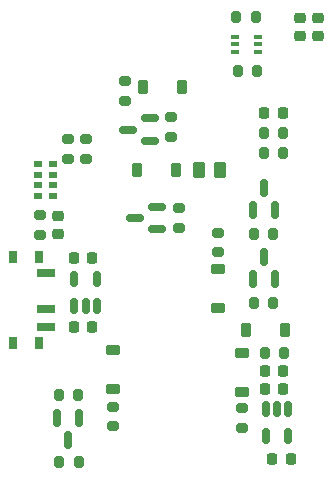
<source format=gbr>
%TF.GenerationSoftware,KiCad,Pcbnew,8.0.2-8.0.2-0~ubuntu22.04.1*%
%TF.CreationDate,2024-05-08T22:35:07+02:00*%
%TF.ProjectId,MailBox_LP_Notifier,4d61696c-426f-4785-9f4c-505f4e6f7469,rev?*%
%TF.SameCoordinates,Original*%
%TF.FileFunction,Paste,Top*%
%TF.FilePolarity,Positive*%
%FSLAX46Y46*%
G04 Gerber Fmt 4.6, Leading zero omitted, Abs format (unit mm)*
G04 Created by KiCad (PCBNEW 8.0.2-8.0.2-0~ubuntu22.04.1) date 2024-05-08 22:35:07*
%MOMM*%
%LPD*%
G01*
G04 APERTURE LIST*
G04 Aperture macros list*
%AMRoundRect*
0 Rectangle with rounded corners*
0 $1 Rounding radius*
0 $2 $3 $4 $5 $6 $7 $8 $9 X,Y pos of 4 corners*
0 Add a 4 corners polygon primitive as box body*
4,1,4,$2,$3,$4,$5,$6,$7,$8,$9,$2,$3,0*
0 Add four circle primitives for the rounded corners*
1,1,$1+$1,$2,$3*
1,1,$1+$1,$4,$5*
1,1,$1+$1,$6,$7*
1,1,$1+$1,$8,$9*
0 Add four rect primitives between the rounded corners*
20,1,$1+$1,$2,$3,$4,$5,0*
20,1,$1+$1,$4,$5,$6,$7,0*
20,1,$1+$1,$6,$7,$8,$9,0*
20,1,$1+$1,$8,$9,$2,$3,0*%
G04 Aperture macros list end*
%ADD10RoundRect,0.200000X-0.200000X-0.275000X0.200000X-0.275000X0.200000X0.275000X-0.200000X0.275000X0*%
%ADD11RoundRect,0.200000X-0.275000X0.200000X-0.275000X-0.200000X0.275000X-0.200000X0.275000X0.200000X0*%
%ADD12RoundRect,0.100000X-0.225000X-0.100000X0.225000X-0.100000X0.225000X0.100000X-0.225000X0.100000X0*%
%ADD13RoundRect,0.225000X0.225000X0.250000X-0.225000X0.250000X-0.225000X-0.250000X0.225000X-0.250000X0*%
%ADD14RoundRect,0.225000X-0.250000X0.225000X-0.250000X-0.225000X0.250000X-0.225000X0.250000X0.225000X0*%
%ADD15RoundRect,0.150000X-0.150000X0.587500X-0.150000X-0.587500X0.150000X-0.587500X0.150000X0.587500X0*%
%ADD16RoundRect,0.200000X0.275000X-0.200000X0.275000X0.200000X-0.275000X0.200000X-0.275000X-0.200000X0*%
%ADD17RoundRect,0.200000X0.200000X0.275000X-0.200000X0.275000X-0.200000X-0.275000X0.200000X-0.275000X0*%
%ADD18R,0.800000X0.500000*%
%ADD19RoundRect,0.150000X0.150000X-0.512500X0.150000X0.512500X-0.150000X0.512500X-0.150000X-0.512500X0*%
%ADD20RoundRect,0.250000X-0.262500X-0.450000X0.262500X-0.450000X0.262500X0.450000X-0.262500X0.450000X0*%
%ADD21RoundRect,0.225000X0.375000X-0.225000X0.375000X0.225000X-0.375000X0.225000X-0.375000X-0.225000X0*%
%ADD22R,0.800000X1.000000*%
%ADD23R,1.500000X0.700000*%
%ADD24RoundRect,0.225000X0.225000X0.375000X-0.225000X0.375000X-0.225000X-0.375000X0.225000X-0.375000X0*%
%ADD25RoundRect,0.150000X0.150000X-0.587500X0.150000X0.587500X-0.150000X0.587500X-0.150000X-0.587500X0*%
%ADD26RoundRect,0.225000X0.250000X-0.225000X0.250000X0.225000X-0.250000X0.225000X-0.250000X-0.225000X0*%
%ADD27RoundRect,0.225000X-0.225000X-0.250000X0.225000X-0.250000X0.225000X0.250000X-0.225000X0.250000X0*%
%ADD28RoundRect,0.225000X-0.225000X-0.375000X0.225000X-0.375000X0.225000X0.375000X-0.225000X0.375000X0*%
%ADD29RoundRect,0.150000X-0.150000X0.512500X-0.150000X-0.512500X0.150000X-0.512500X0.150000X0.512500X0*%
%ADD30RoundRect,0.150000X0.587500X0.150000X-0.587500X0.150000X-0.587500X-0.150000X0.587500X-0.150000X0*%
G04 APERTURE END LIST*
D10*
%TO.C,R17*%
X137757400Y-62788800D03*
X139407400Y-62788800D03*
%TD*%
D11*
%TO.C,R9*%
X128320800Y-68212200D03*
X128320800Y-69862200D03*
%TD*%
D12*
%TO.C,Q4*%
X137673800Y-64446600D03*
X137673800Y-65096600D03*
X137673800Y-65746600D03*
X139573800Y-65746600D03*
X139573800Y-65096600D03*
X139573800Y-64446600D03*
%TD*%
D13*
%TO.C,C1*%
X141719600Y-92760800D03*
X140169600Y-92760800D03*
%TD*%
D14*
%TO.C,C9*%
X122682000Y-79616000D03*
X122682000Y-81166000D03*
%TD*%
D10*
%TO.C,R19*%
X140068800Y-72593200D03*
X141718800Y-72593200D03*
%TD*%
D15*
%TO.C,Q1*%
X124444800Y-96725500D03*
X122544800Y-96725500D03*
X123494800Y-98600500D03*
%TD*%
D10*
%TO.C,R5*%
X140145000Y-91236800D03*
X141795000Y-91236800D03*
%TD*%
D16*
%TO.C,R20*%
X123494800Y-74789800D03*
X123494800Y-73139800D03*
%TD*%
%TO.C,R11*%
X132207000Y-72935600D03*
X132207000Y-71285600D03*
%TD*%
D17*
%TO.C,R16*%
X139509000Y-67360800D03*
X137859000Y-67360800D03*
%TD*%
D18*
%TO.C,U4*%
X120993200Y-75227200D03*
X120993200Y-76127200D03*
X120993200Y-77027200D03*
X120993200Y-77927200D03*
X122193200Y-77927200D03*
X122193200Y-77027200D03*
X122193200Y-76127200D03*
X122193200Y-75227200D03*
%TD*%
D19*
%TO.C,U2*%
X124031000Y-87243500D03*
X124981000Y-87243500D03*
X125931000Y-87243500D03*
X125931000Y-84968500D03*
X124031000Y-84968500D03*
%TD*%
D20*
%TO.C,R13*%
X134571100Y-75717400D03*
X136396100Y-75717400D03*
%TD*%
D21*
%TO.C,D1*%
X127304800Y-94284800D03*
X127304800Y-90984800D03*
%TD*%
D16*
%TO.C,R21*%
X125044200Y-74789800D03*
X125044200Y-73139800D03*
%TD*%
D22*
%TO.C,SW2*%
X121016000Y-83091000D03*
X118806000Y-83091000D03*
X121016000Y-90391000D03*
X118806000Y-90391000D03*
D23*
X121666000Y-84491000D03*
X121666000Y-87491000D03*
X121666000Y-88991000D03*
%TD*%
D16*
%TO.C,R4*%
X138252200Y-97573600D03*
X138252200Y-95923600D03*
%TD*%
D24*
%TO.C,D7*%
X132663200Y-75717400D03*
X129363200Y-75717400D03*
%TD*%
D13*
%TO.C,C4*%
X125527400Y-83185000D03*
X123977400Y-83185000D03*
%TD*%
D25*
%TO.C,Q5*%
X139156400Y-84981500D03*
X141056400Y-84981500D03*
X140106400Y-83106500D03*
%TD*%
D21*
%TO.C,D5*%
X136220200Y-87425800D03*
X136220200Y-84125800D03*
%TD*%
D17*
%TO.C,R18*%
X141718800Y-74295000D03*
X140068800Y-74295000D03*
%TD*%
D13*
%TO.C,C8*%
X141668800Y-70891400D03*
X140118800Y-70891400D03*
%TD*%
%TO.C,C3*%
X142354600Y-100228400D03*
X140804600Y-100228400D03*
%TD*%
D26*
%TO.C,C6*%
X143125000Y-64425000D03*
X143125000Y-62875000D03*
%TD*%
D27*
%TO.C,C7*%
X124002800Y-89001600D03*
X125552800Y-89001600D03*
%TD*%
D16*
%TO.C,R7*%
X132918200Y-80631800D03*
X132918200Y-78981800D03*
%TD*%
D11*
%TO.C,R22*%
X121132600Y-79566000D03*
X121132600Y-81216000D03*
%TD*%
D13*
%TO.C,C2*%
X141706600Y-94259400D03*
X140156600Y-94259400D03*
%TD*%
D28*
%TO.C,D6*%
X138558000Y-89306400D03*
X141858000Y-89306400D03*
%TD*%
D10*
%TO.C,R3*%
X122746000Y-100457000D03*
X124396000Y-100457000D03*
%TD*%
D16*
%TO.C,R2*%
X127279400Y-97446600D03*
X127279400Y-95796600D03*
%TD*%
D10*
%TO.C,R15*%
X139230600Y-81150700D03*
X140880600Y-81150700D03*
%TD*%
D16*
%TO.C,R10*%
X136169400Y-82714600D03*
X136169400Y-81064600D03*
%TD*%
D29*
%TO.C,U1*%
X142148600Y-95966700D03*
X141198600Y-95966700D03*
X140248600Y-95966700D03*
X140248600Y-98241700D03*
X142148600Y-98241700D03*
%TD*%
D24*
%TO.C,D4*%
X133120400Y-68707000D03*
X129820400Y-68707000D03*
%TD*%
D30*
%TO.C,Q2*%
X131036300Y-80731400D03*
X131036300Y-78831400D03*
X129161300Y-79781400D03*
%TD*%
D26*
%TO.C,C5*%
X144625000Y-64427400D03*
X144625000Y-62877400D03*
%TD*%
D10*
%TO.C,R1*%
X122720600Y-94792800D03*
X124370600Y-94792800D03*
%TD*%
D21*
%TO.C,D2*%
X138226800Y-94512400D03*
X138226800Y-91212400D03*
%TD*%
D25*
%TO.C,Q6*%
X139131000Y-79141800D03*
X141031000Y-79141800D03*
X140081000Y-77266800D03*
%TD*%
D30*
%TO.C,Q3*%
X130452100Y-73263800D03*
X130452100Y-71363800D03*
X128577100Y-72313800D03*
%TD*%
D17*
%TO.C,R14*%
X140880600Y-87020400D03*
X139230600Y-87020400D03*
%TD*%
M02*

</source>
